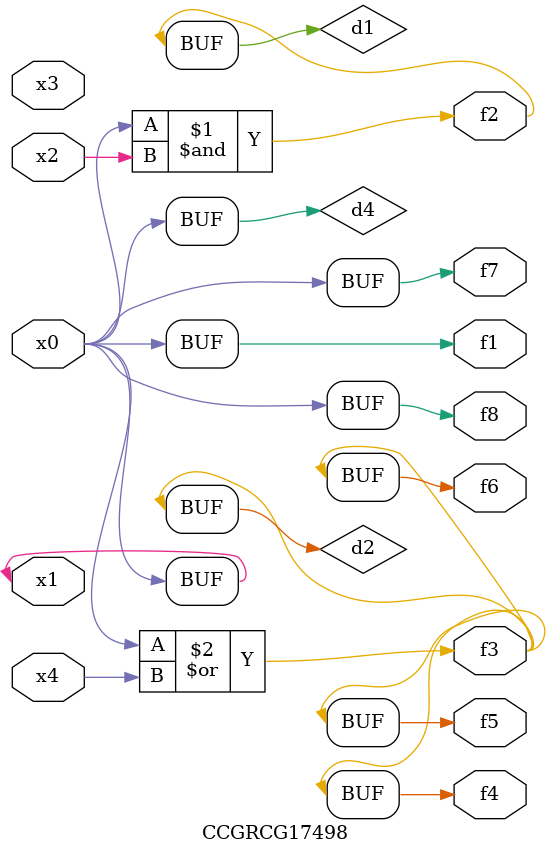
<source format=v>
module CCGRCG17498(
	input x0, x1, x2, x3, x4,
	output f1, f2, f3, f4, f5, f6, f7, f8
);

	wire d1, d2, d3, d4;

	and (d1, x0, x2);
	or (d2, x0, x4);
	nand (d3, x0, x2);
	buf (d4, x0, x1);
	assign f1 = d4;
	assign f2 = d1;
	assign f3 = d2;
	assign f4 = d2;
	assign f5 = d2;
	assign f6 = d2;
	assign f7 = d4;
	assign f8 = d4;
endmodule

</source>
